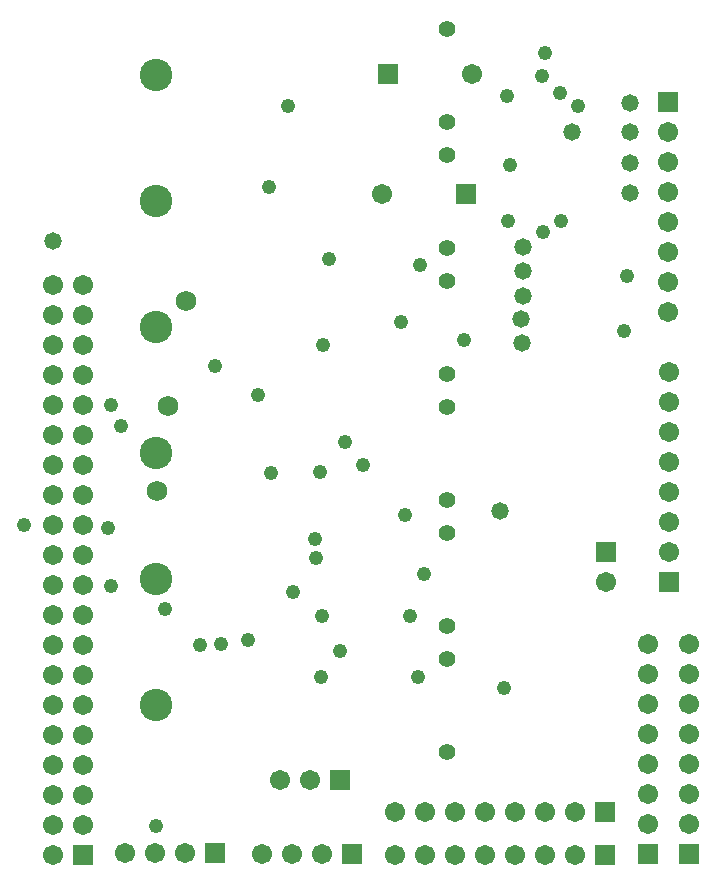
<source format=gts>
G04*
G04 #@! TF.GenerationSoftware,Altium Limited,Altium Designer,23.8.1 (32)*
G04*
G04 Layer_Color=8388736*
%FSLAX44Y44*%
%MOMM*%
G71*
G04*
G04 #@! TF.SameCoordinates,B3540FD7-C173-429B-8219-2738AE0D0CCA*
G04*
G04*
G04 #@! TF.FilePolarity,Negative*
G04*
G01*
G75*
%ADD13C,1.7032*%
%ADD14R,1.7032X1.7032*%
%ADD15C,1.3970*%
%ADD16C,2.7432*%
%ADD17R,1.7032X1.7032*%
%ADD18C,1.7272*%
%ADD19C,1.2192*%
%ADD20C,1.4732*%
D13*
X669500Y688000D02*
D03*
X376200Y28000D02*
D03*
X401600D02*
D03*
X427000D02*
D03*
X315000Y509200D02*
D03*
X340400D02*
D03*
X315000Y483800D02*
D03*
X340400D02*
D03*
X315000Y458400D02*
D03*
X340400D02*
D03*
X315000Y433000D02*
D03*
X340400D02*
D03*
X315000Y407600D02*
D03*
X340400D02*
D03*
X315000Y382200D02*
D03*
X340400D02*
D03*
X315000Y356800D02*
D03*
X340400D02*
D03*
X315000Y331400D02*
D03*
X340400D02*
D03*
X315000Y306000D02*
D03*
X340400D02*
D03*
X315000Y280600D02*
D03*
X340400D02*
D03*
X315000Y255200D02*
D03*
X340400D02*
D03*
X315000Y229800D02*
D03*
X340400D02*
D03*
X315000Y204400D02*
D03*
X340400D02*
D03*
X315000Y179000D02*
D03*
X340400D02*
D03*
X315000Y153600D02*
D03*
X340400D02*
D03*
X315000Y128200D02*
D03*
X340400D02*
D03*
X315000Y102800D02*
D03*
X340400D02*
D03*
X315000Y77400D02*
D03*
X340400D02*
D03*
X315000Y52000D02*
D03*
X340400D02*
D03*
X315000Y26600D02*
D03*
X593500Y586000D02*
D03*
X819000Y52800D02*
D03*
Y78200D02*
D03*
Y103600D02*
D03*
Y129000D02*
D03*
Y154400D02*
D03*
Y179800D02*
D03*
Y205200D02*
D03*
X507600Y90000D02*
D03*
X533000D02*
D03*
X543000Y27000D02*
D03*
X517600D02*
D03*
X492200D02*
D03*
X836930Y283210D02*
D03*
Y308610D02*
D03*
Y334010D02*
D03*
Y359410D02*
D03*
Y384810D02*
D03*
Y410210D02*
D03*
Y435610D02*
D03*
X835660Y638810D02*
D03*
Y613410D02*
D03*
Y588010D02*
D03*
Y562610D02*
D03*
Y537210D02*
D03*
Y511810D02*
D03*
Y486410D02*
D03*
X854000Y52600D02*
D03*
Y78000D02*
D03*
Y103400D02*
D03*
Y128800D02*
D03*
Y154200D02*
D03*
Y179600D02*
D03*
Y205000D02*
D03*
X604400Y63000D02*
D03*
X629800D02*
D03*
X655200D02*
D03*
X680600D02*
D03*
X706000D02*
D03*
X731400D02*
D03*
X756800D02*
D03*
X604520Y26670D02*
D03*
X629920D02*
D03*
X655320D02*
D03*
X680720D02*
D03*
X706120D02*
D03*
X731520D02*
D03*
X756920D02*
D03*
X783000Y258000D02*
D03*
D14*
X598500Y688000D02*
D03*
X452400Y28000D02*
D03*
X664500Y586000D02*
D03*
X558400Y90000D02*
D03*
X568400Y27000D02*
D03*
X782200Y63000D02*
D03*
X782320Y26670D02*
D03*
D15*
X649000Y192740D02*
D03*
Y114000D02*
D03*
Y406044D02*
D03*
Y327304D02*
D03*
Y512696D02*
D03*
Y433956D02*
D03*
Y619348D02*
D03*
Y540608D02*
D03*
Y726000D02*
D03*
Y647260D02*
D03*
Y220652D02*
D03*
Y299392D02*
D03*
D16*
X402620Y153370D02*
D03*
Y366674D02*
D03*
Y473326D02*
D03*
Y579978D02*
D03*
Y686630D02*
D03*
Y260022D02*
D03*
D17*
X340400Y26600D02*
D03*
X819000Y27400D02*
D03*
X836930Y257810D02*
D03*
X835660Y664210D02*
D03*
X854000Y27200D02*
D03*
X783000Y283400D02*
D03*
D18*
X403606Y334518D02*
D03*
X427990Y495300D02*
D03*
X412750Y406400D02*
D03*
D19*
X629666Y264160D02*
D03*
X439420Y204470D02*
D03*
X745661Y563443D02*
D03*
X662940Y462280D02*
D03*
X452120Y440690D02*
D03*
X361950Y303530D02*
D03*
X543741Y458289D02*
D03*
X543304Y229220D02*
D03*
X613000Y314000D02*
D03*
X760000Y661000D02*
D03*
X617220Y228600D02*
D03*
X558000Y199263D02*
D03*
X480060Y208280D02*
D03*
X609600Y477520D02*
D03*
X518160Y248920D02*
D03*
X577850Y356870D02*
D03*
X538000Y278000D02*
D03*
X541000Y351000D02*
D03*
X537000Y294000D02*
D03*
X562610Y375920D02*
D03*
X730250Y553720D02*
D03*
X373000Y390000D02*
D03*
X549000Y531000D02*
D03*
X699770Y669290D02*
D03*
X364490Y407670D02*
D03*
X744220Y671830D02*
D03*
X290830Y306070D02*
D03*
X402353Y51161D02*
D03*
X798869Y469884D02*
D03*
X364000Y254000D02*
D03*
X500000Y350000D02*
D03*
X489000Y416000D02*
D03*
X498000Y592000D02*
D03*
X514000Y661000D02*
D03*
X410000Y235000D02*
D03*
X624000Y177000D02*
D03*
X697000Y168000D02*
D03*
X542000Y177000D02*
D03*
X457000Y205000D02*
D03*
X626000Y526000D02*
D03*
X801000Y517000D02*
D03*
X702000Y611000D02*
D03*
X700124Y563124D02*
D03*
X732000Y705840D02*
D03*
X729000Y686000D02*
D03*
D20*
X754380Y638810D02*
D03*
X713287Y541000D02*
D03*
Y521000D02*
D03*
X712000Y460000D02*
D03*
X713287Y500000D02*
D03*
X711779Y479969D02*
D03*
X694000Y318000D02*
D03*
X315000Y546000D02*
D03*
X804000Y663000D02*
D03*
Y639000D02*
D03*
Y612000D02*
D03*
Y587000D02*
D03*
M02*

</source>
